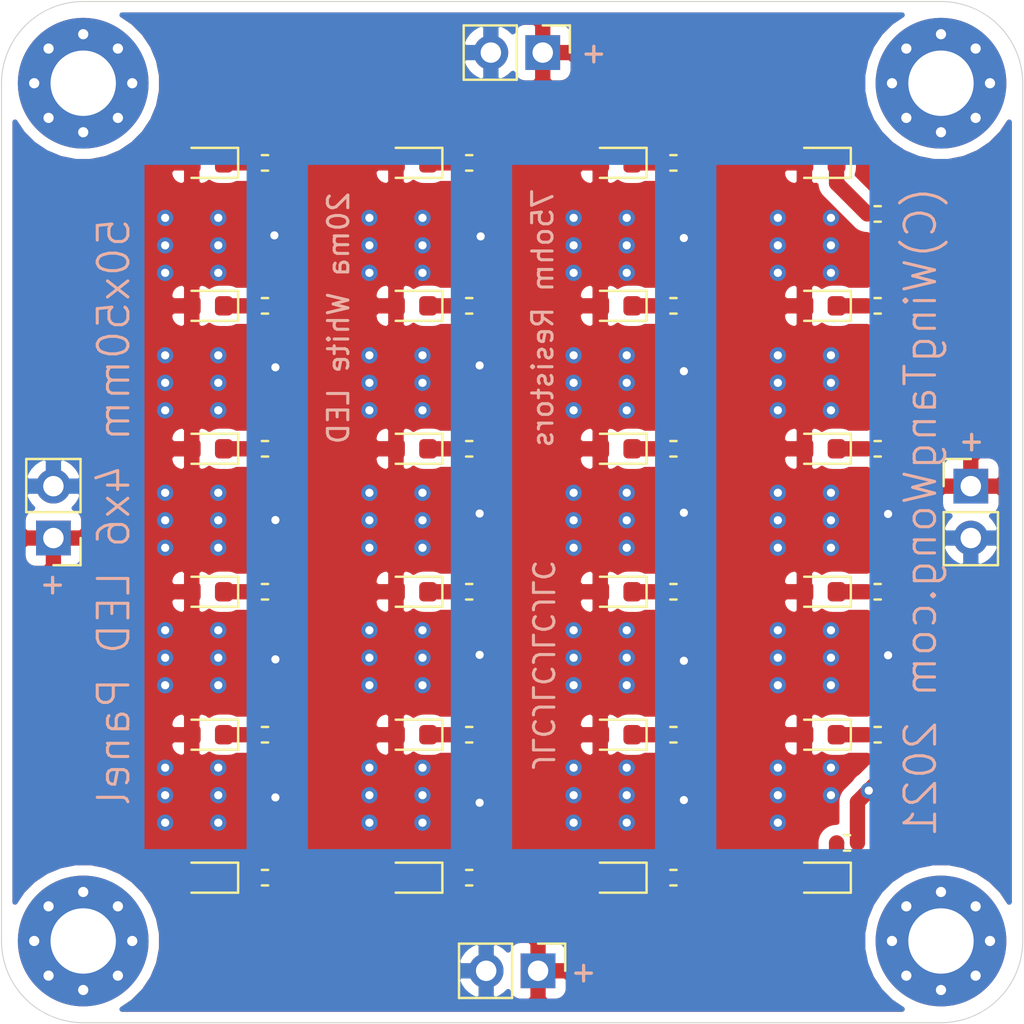
<source format=kicad_pcb>
(kicad_pcb (version 20171130) (host pcbnew "(5.1.9-0-10_14)")
  (layers (0 F.Cu signal) (31 B.Cu signal) (34 B.Paste user) (35 F.Paste user) (36 B.SilkS user) (37 F.SilkS user) (38 B.Mask user) (39 F.Mask user) (44 Edge.Cuts user))
  (net 0 "")
  (net 1 "Net-(H1-Pad1)")
  (net 2 "Net-(H2-Pad1)")
  (net 3 "Net-(H3-Pad1)")
  (net 4 "Net-(H4-Pad1)")
  (net 5 GND)
  (net 6 "Net-(D1-Pad1)")
  (net 7 VCC)
  (net 8 "Net-(D2-Pad1)")
  (net 9 "Net-(D3-Pad1)")
  (net 10 "Net-(D4-Pad1)")
  (net 11 "Net-(D5-Pad1)")
  (net 12 "Net-(D6-Pad1)")
  (net 13 "Net-(D7-Pad1)")
  (net 14 "Net-(D8-Pad1)")
  (net 15 "Net-(D9-Pad1)")
  (net 16 "Net-(D10-Pad1)")
  (net 17 "Net-(D11-Pad1)")
  (net 18 "Net-(D12-Pad1)")
  (net 19 "Net-(D13-Pad1)")
  (net 20 "Net-(D14-Pad1)")
  (net 21 "Net-(D15-Pad1)")
  (net 22 "Net-(D16-Pad1)")
  (net 23 "Net-(D17-Pad1)")
  (net 24 "Net-(D18-Pad1)")
  (net 25 "Net-(D19-Pad1)")
  (net 26 "Net-(D20-Pad1)")
  (net 27 "Net-(D21-Pad1)")
  (net 28 "Net-(D22-Pad1)")
  (net 29 "Net-(D23-Pad1)")
  (net 30 "Net-(D24-Pad1)")
  (module Connector_PinHeader_2.54mm:PinHeader_1x02_P2.54mm_Vertical (layer F.Cu) (at 1.5 -22.5 270)
    (fp_text reference J4 hide)
    (fp_text value Conn_01x02 hide)
    (pad 2 thru_hole oval (at 0 2.54 270) (size 1.7 1.7) (drill 1) (layers *.Cu *.Mask) (net 5 GND))
    (pad 1 thru_hole rect (at 0 0 270) (size 1.7 1.7) (drill 1) (layers *.Cu *.Mask) (net 7 VCC))
  )
  (module Connector_PinHeader_2.54mm:PinHeader_1x02_P2.54mm_Vertical (layer F.Cu) (at -22.46 1.27 180)
    (fp_text reference J3 hide)
    (fp_text value Conn_01x02 hide)
    (pad 2 thru_hole oval (at 0 2.54 180) (size 1.7 1.7) (drill 1) (layers *.Cu *.Mask) (net 5 GND))
    (pad 1 thru_hole rect (at 0 0 180) (size 1.7 1.7) (drill 1) (layers *.Cu *.Mask) (net 7 VCC))
  )
  (module Connector_PinHeader_2.54mm:PinHeader_1x02_P2.54mm_Vertical (layer F.Cu) (at 1.27 22.46 270)
    (fp_text reference J2 hide)
    (fp_text value Conn_01x02 hide)
    (pad 2 thru_hole oval (at 0 2.54 270) (size 1.7 1.7) (drill 1) (layers *.Cu *.Mask) (net 5 GND))
    (pad 1 thru_hole rect (at 0 0 270) (size 1.7 1.7) (drill 1) (layers *.Cu *.Mask) (net 7 VCC))
  )
  (module Connector_PinHeader_2.54mm:PinHeader_1x02_P2.54mm_Vertical (layer F.Cu) (at 22.46 -1.27)
    (fp_text reference J1 hide)
    (fp_text value Conn_01x02 hide)
    (pad 2 thru_hole oval (at 0 2.54) (size 1.7 1.7) (drill 1) (layers *.Cu *.Mask) (net 5 GND))
    (pad 1 thru_hole rect (at 0 0) (size 1.7 1.7) (drill 1) (layers *.Cu *.Mask) (net 7 VCC))
  )
  (module Resistor_SMD:R_0402_1005Metric (layer F.Cu) (at 16.4 16.2)
    (fp_text reference R24 hide)
    (fp_text value 75Ohms-±1%-1_16W-0402 hide)
    (pad 2 smd roundrect (at 0.51 0) (size 0.54 0.64) (layers F.Cu F.Paste F.Mask) (net 5 GND))
    (pad 1 smd roundrect (at -0.51 0) (size 0.54 0.64) (layers F.Cu F.Paste F.Mask) (net 30 "Net-(D24-Pad1)"))
  )
  (module Resistor_SMD:R_0402_1005Metric (layer F.Cu) (at 7.9 17.9)
    (fp_text reference R23 hide)
    (fp_text value 75Ohms-±1%-1_16W-0402 hide)
    (pad 2 smd roundrect (at 0.51 0) (size 0.54 0.64) (layers F.Cu F.Paste F.Mask) (net 5 GND))
    (pad 1 smd roundrect (at -0.51 0) (size 0.54 0.64) (layers F.Cu F.Paste F.Mask) (net 29 "Net-(D23-Pad1)"))
  )
  (module Resistor_SMD:R_0402_1005Metric (layer F.Cu) (at -2.1 17.9)
    (fp_text reference R22 hide)
    (fp_text value 75Ohms-±1%-1_16W-0402 hide)
    (pad 2 smd roundrect (at 0.51 0) (size 0.54 0.64) (layers F.Cu F.Paste F.Mask) (net 5 GND))
    (pad 1 smd roundrect (at -0.51 0) (size 0.54 0.64) (layers F.Cu F.Paste F.Mask) (net 28 "Net-(D22-Pad1)"))
  )
  (module Resistor_SMD:R_0402_1005Metric (layer F.Cu) (at -12.1 17.9)
    (fp_text reference R21 hide)
    (fp_text value 75Ohms-±1%-1_16W-0402 hide)
    (pad 2 smd roundrect (at 0.51 0) (size 0.54 0.64) (layers F.Cu F.Paste F.Mask) (net 5 GND))
    (pad 1 smd roundrect (at -0.51 0) (size 0.54 0.64) (layers F.Cu F.Paste F.Mask) (net 27 "Net-(D21-Pad1)"))
  )
  (module Resistor_SMD:R_0402_1005Metric (layer F.Cu) (at 17.9 10.9)
    (fp_text reference R20 hide)
    (fp_text value 75Ohms-±1%-1_16W-0402 hide)
    (pad 2 smd roundrect (at 0.51 0) (size 0.54 0.64) (layers F.Cu F.Paste F.Mask) (net 5 GND))
    (pad 1 smd roundrect (at -0.51 0) (size 0.54 0.64) (layers F.Cu F.Paste F.Mask) (net 26 "Net-(D20-Pad1)"))
  )
  (module Resistor_SMD:R_0402_1005Metric (layer F.Cu) (at 7.9 10.9)
    (fp_text reference R19 hide)
    (fp_text value 75Ohms-±1%-1_16W-0402 hide)
    (pad 2 smd roundrect (at 0.51 0) (size 0.54 0.64) (layers F.Cu F.Paste F.Mask) (net 5 GND))
    (pad 1 smd roundrect (at -0.51 0) (size 0.54 0.64) (layers F.Cu F.Paste F.Mask) (net 25 "Net-(D19-Pad1)"))
  )
  (module Resistor_SMD:R_0402_1005Metric (layer F.Cu) (at -2.1 10.9)
    (fp_text reference R18 hide)
    (fp_text value 75Ohms-±1%-1_16W-0402 hide)
    (pad 2 smd roundrect (at 0.51 0) (size 0.54 0.64) (layers F.Cu F.Paste F.Mask) (net 5 GND))
    (pad 1 smd roundrect (at -0.51 0) (size 0.54 0.64) (layers F.Cu F.Paste F.Mask) (net 24 "Net-(D18-Pad1)"))
  )
  (module Resistor_SMD:R_0402_1005Metric (layer F.Cu) (at -12.1 10.9)
    (fp_text reference R17 hide)
    (fp_text value 75Ohms-±1%-1_16W-0402 hide)
    (pad 2 smd roundrect (at 0.51 0) (size 0.54 0.64) (layers F.Cu F.Paste F.Mask) (net 5 GND))
    (pad 1 smd roundrect (at -0.51 0) (size 0.54 0.64) (layers F.Cu F.Paste F.Mask) (net 23 "Net-(D17-Pad1)"))
  )
  (module Resistor_SMD:R_0402_1005Metric (layer F.Cu) (at 17.9 3.9)
    (fp_text reference R16 hide)
    (fp_text value 75Ohms-±1%-1_16W-0402 hide)
    (pad 2 smd roundrect (at 0.51 0) (size 0.54 0.64) (layers F.Cu F.Paste F.Mask) (net 5 GND))
    (pad 1 smd roundrect (at -0.51 0) (size 0.54 0.64) (layers F.Cu F.Paste F.Mask) (net 22 "Net-(D16-Pad1)"))
  )
  (module Resistor_SMD:R_0402_1005Metric (layer F.Cu) (at 7.9 3.9)
    (fp_text reference R15 hide)
    (fp_text value 75Ohms-±1%-1_16W-0402 hide)
    (pad 2 smd roundrect (at 0.51 0) (size 0.54 0.64) (layers F.Cu F.Paste F.Mask) (net 5 GND))
    (pad 1 smd roundrect (at -0.51 0) (size 0.54 0.64) (layers F.Cu F.Paste F.Mask) (net 21 "Net-(D15-Pad1)"))
  )
  (module Resistor_SMD:R_0402_1005Metric (layer F.Cu) (at -2.1 3.9)
    (fp_text reference R14 hide)
    (fp_text value 75Ohms-±1%-1_16W-0402 hide)
    (pad 2 smd roundrect (at 0.51 0) (size 0.54 0.64) (layers F.Cu F.Paste F.Mask) (net 5 GND))
    (pad 1 smd roundrect (at -0.51 0) (size 0.54 0.64) (layers F.Cu F.Paste F.Mask) (net 20 "Net-(D14-Pad1)"))
  )
  (module Resistor_SMD:R_0402_1005Metric (layer F.Cu) (at -12.1 3.9)
    (fp_text reference R13 hide)
    (fp_text value 75Ohms-±1%-1_16W-0402 hide)
    (pad 2 smd roundrect (at 0.51 0) (size 0.54 0.64) (layers F.Cu F.Paste F.Mask) (net 5 GND))
    (pad 1 smd roundrect (at -0.51 0) (size 0.54 0.64) (layers F.Cu F.Paste F.Mask) (net 19 "Net-(D13-Pad1)"))
  )
  (module Resistor_SMD:R_0402_1005Metric (layer F.Cu) (at 17.9 -3.1)
    (fp_text reference R12 hide)
    (fp_text value 75Ohms-±1%-1_16W-0402 hide)
    (pad 2 smd roundrect (at 0.51 0) (size 0.54 0.64) (layers F.Cu F.Paste F.Mask) (net 5 GND))
    (pad 1 smd roundrect (at -0.51 0) (size 0.54 0.64) (layers F.Cu F.Paste F.Mask) (net 18 "Net-(D12-Pad1)"))
  )
  (module Resistor_SMD:R_0402_1005Metric (layer F.Cu) (at 7.9 -3.1)
    (fp_text reference R11 hide)
    (fp_text value 75Ohms-±1%-1_16W-0402 hide)
    (pad 2 smd roundrect (at 0.51 0) (size 0.54 0.64) (layers F.Cu F.Paste F.Mask) (net 5 GND))
    (pad 1 smd roundrect (at -0.51 0) (size 0.54 0.64) (layers F.Cu F.Paste F.Mask) (net 17 "Net-(D11-Pad1)"))
  )
  (module Resistor_SMD:R_0402_1005Metric (layer F.Cu) (at -2.1 -3.1)
    (fp_text reference R10 hide)
    (fp_text value 75Ohms-±1%-1_16W-0402 hide)
    (pad 2 smd roundrect (at 0.51 0) (size 0.54 0.64) (layers F.Cu F.Paste F.Mask) (net 5 GND))
    (pad 1 smd roundrect (at -0.51 0) (size 0.54 0.64) (layers F.Cu F.Paste F.Mask) (net 16 "Net-(D10-Pad1)"))
  )
  (module Resistor_SMD:R_0402_1005Metric (layer F.Cu) (at -12.1 -3.1)
    (fp_text reference R9 hide)
    (fp_text value 75Ohms-±1%-1_16W-0402 hide)
    (pad 2 smd roundrect (at 0.51 0) (size 0.54 0.64) (layers F.Cu F.Paste F.Mask) (net 5 GND))
    (pad 1 smd roundrect (at -0.51 0) (size 0.54 0.64) (layers F.Cu F.Paste F.Mask) (net 15 "Net-(D9-Pad1)"))
  )
  (module Resistor_SMD:R_0402_1005Metric (layer F.Cu) (at 17.9 -10.1)
    (fp_text reference R8 hide)
    (fp_text value 75Ohms-±1%-1_16W-0402 hide)
    (pad 2 smd roundrect (at 0.51 0) (size 0.54 0.64) (layers F.Cu F.Paste F.Mask) (net 5 GND))
    (pad 1 smd roundrect (at -0.51 0) (size 0.54 0.64) (layers F.Cu F.Paste F.Mask) (net 14 "Net-(D8-Pad1)"))
  )
  (module Resistor_SMD:R_0402_1005Metric (layer F.Cu) (at 7.9 -10.1)
    (fp_text reference R7 hide)
    (fp_text value 75Ohms-±1%-1_16W-0402 hide)
    (pad 2 smd roundrect (at 0.51 0) (size 0.54 0.64) (layers F.Cu F.Paste F.Mask) (net 5 GND))
    (pad 1 smd roundrect (at -0.51 0) (size 0.54 0.64) (layers F.Cu F.Paste F.Mask) (net 13 "Net-(D7-Pad1)"))
  )
  (module Resistor_SMD:R_0402_1005Metric (layer F.Cu) (at -2.1 -10.1)
    (fp_text reference R6 hide)
    (fp_text value 75Ohms-±1%-1_16W-0402 hide)
    (pad 2 smd roundrect (at 0.51 0) (size 0.54 0.64) (layers F.Cu F.Paste F.Mask) (net 5 GND))
    (pad 1 smd roundrect (at -0.51 0) (size 0.54 0.64) (layers F.Cu F.Paste F.Mask) (net 12 "Net-(D6-Pad1)"))
  )
  (module Resistor_SMD:R_0402_1005Metric (layer F.Cu) (at -12.1 -10.1)
    (fp_text reference R5 hide)
    (fp_text value 75Ohms-±1%-1_16W-0402 hide)
    (pad 2 smd roundrect (at 0.51 0) (size 0.54 0.64) (layers F.Cu F.Paste F.Mask) (net 5 GND))
    (pad 1 smd roundrect (at -0.51 0) (size 0.54 0.64) (layers F.Cu F.Paste F.Mask) (net 11 "Net-(D5-Pad1)"))
  )
  (module Resistor_SMD:R_0402_1005Metric (layer F.Cu) (at 17.9 -14.6)
    (fp_text reference R4 hide)
    (fp_text value 75Ohms-±1%-1_16W-0402 hide)
    (pad 2 smd roundrect (at 0.51 0) (size 0.54 0.64) (layers F.Cu F.Paste F.Mask) (net 5 GND))
    (pad 1 smd roundrect (at -0.51 0) (size 0.54 0.64) (layers F.Cu F.Paste F.Mask) (net 10 "Net-(D4-Pad1)"))
  )
  (module Resistor_SMD:R_0402_1005Metric (layer F.Cu) (at 7.9 -17.1)
    (fp_text reference R3 hide)
    (fp_text value 75Ohms-±1%-1_16W-0402 hide)
    (pad 2 smd roundrect (at 0.51 0) (size 0.54 0.64) (layers F.Cu F.Paste F.Mask) (net 5 GND))
    (pad 1 smd roundrect (at -0.51 0) (size 0.54 0.64) (layers F.Cu F.Paste F.Mask) (net 9 "Net-(D3-Pad1)"))
  )
  (module Resistor_SMD:R_0402_1005Metric (layer F.Cu) (at -2.1 -17.1)
    (fp_text reference R2 hide)
    (fp_text value 75Ohms-±1%-1_16W-0402 hide)
    (pad 2 smd roundrect (at 0.51 0) (size 0.54 0.64) (layers F.Cu F.Paste F.Mask) (net 5 GND))
    (pad 1 smd roundrect (at -0.51 0) (size 0.54 0.64) (layers F.Cu F.Paste F.Mask) (net 8 "Net-(D2-Pad1)"))
  )
  (module Diode_SMD:D_0603_1608Metric (layer F.Cu) (at 15.1 17.9 180)
    (fp_text reference D24 hide)
    (fp_text value WHITE_LED hide)
    (pad 2 smd roundrect (at 0.7875 0 180) (size 0.875 0.95) (layers F.Cu F.Paste F.Mask) (net 7 VCC))
    (pad 1 smd roundrect (at -0.7875 0 180) (size 0.875 0.95) (layers F.Cu F.Paste F.Mask) (net 30 "Net-(D24-Pad1)"))
  )
  (module Diode_SMD:D_0603_1608Metric (layer F.Cu) (at 5.1 17.9 180)
    (fp_text reference D23 hide)
    (fp_text value WHITE_LED hide)
    (pad 2 smd roundrect (at 0.7875 0 180) (size 0.875 0.95) (layers F.Cu F.Paste F.Mask) (net 7 VCC))
    (pad 1 smd roundrect (at -0.7875 0 180) (size 0.875 0.95) (layers F.Cu F.Paste F.Mask) (net 29 "Net-(D23-Pad1)"))
  )
  (module Diode_SMD:D_0603_1608Metric (layer F.Cu) (at -4.9 17.9 180)
    (fp_text reference D22 hide)
    (fp_text value WHITE_LED hide)
    (pad 2 smd roundrect (at 0.7875 0 180) (size 0.875 0.95) (layers F.Cu F.Paste F.Mask) (net 7 VCC))
    (pad 1 smd roundrect (at -0.7875 0 180) (size 0.875 0.95) (layers F.Cu F.Paste F.Mask) (net 28 "Net-(D22-Pad1)"))
  )
  (module Diode_SMD:D_0603_1608Metric (layer F.Cu) (at -14.9 17.9 180)
    (fp_text reference D21 hide)
    (fp_text value WHITE_LED hide)
    (pad 2 smd roundrect (at 0.7875 0 180) (size 0.875 0.95) (layers F.Cu F.Paste F.Mask) (net 7 VCC))
    (pad 1 smd roundrect (at -0.7875 0 180) (size 0.875 0.95) (layers F.Cu F.Paste F.Mask) (net 27 "Net-(D21-Pad1)"))
  )
  (module Diode_SMD:D_0603_1608Metric (layer F.Cu) (at 15.1 10.9 180)
    (fp_text reference D20 hide)
    (fp_text value WHITE_LED hide)
    (pad 2 smd roundrect (at 0.7875 0 180) (size 0.875 0.95) (layers F.Cu F.Paste F.Mask) (net 7 VCC))
    (pad 1 smd roundrect (at -0.7875 0 180) (size 0.875 0.95) (layers F.Cu F.Paste F.Mask) (net 26 "Net-(D20-Pad1)"))
  )
  (module Diode_SMD:D_0603_1608Metric (layer F.Cu) (at 5.1 10.9 180)
    (fp_text reference D19 hide)
    (fp_text value WHITE_LED hide)
    (pad 2 smd roundrect (at 0.7875 0 180) (size 0.875 0.95) (layers F.Cu F.Paste F.Mask) (net 7 VCC))
    (pad 1 smd roundrect (at -0.7875 0 180) (size 0.875 0.95) (layers F.Cu F.Paste F.Mask) (net 25 "Net-(D19-Pad1)"))
  )
  (module Diode_SMD:D_0603_1608Metric (layer F.Cu) (at -4.9 10.9 180)
    (fp_text reference D18 hide)
    (fp_text value WHITE_LED hide)
    (pad 2 smd roundrect (at 0.7875 0 180) (size 0.875 0.95) (layers F.Cu F.Paste F.Mask) (net 7 VCC))
    (pad 1 smd roundrect (at -0.7875 0 180) (size 0.875 0.95) (layers F.Cu F.Paste F.Mask) (net 24 "Net-(D18-Pad1)"))
  )
  (module Diode_SMD:D_0603_1608Metric (layer F.Cu) (at -14.9 10.9 180)
    (fp_text reference D17 hide)
    (fp_text value WHITE_LED hide)
    (pad 2 smd roundrect (at 0.7875 0 180) (size 0.875 0.95) (layers F.Cu F.Paste F.Mask) (net 7 VCC))
    (pad 1 smd roundrect (at -0.7875 0 180) (size 0.875 0.95) (layers F.Cu F.Paste F.Mask) (net 23 "Net-(D17-Pad1)"))
  )
  (module Diode_SMD:D_0603_1608Metric (layer F.Cu) (at 15.1 3.9 180)
    (fp_text reference D16 hide)
    (fp_text value WHITE_LED hide)
    (pad 2 smd roundrect (at 0.7875 0 180) (size 0.875 0.95) (layers F.Cu F.Paste F.Mask) (net 7 VCC))
    (pad 1 smd roundrect (at -0.7875 0 180) (size 0.875 0.95) (layers F.Cu F.Paste F.Mask) (net 22 "Net-(D16-Pad1)"))
  )
  (module Diode_SMD:D_0603_1608Metric (layer F.Cu) (at 5.1 3.9 180)
    (fp_text reference D15 hide)
    (fp_text value WHITE_LED hide)
    (pad 2 smd roundrect (at 0.7875 0 180) (size 0.875 0.95) (layers F.Cu F.Paste F.Mask) (net 7 VCC))
    (pad 1 smd roundrect (at -0.7875 0 180) (size 0.875 0.95) (layers F.Cu F.Paste F.Mask) (net 21 "Net-(D15-Pad1)"))
  )
  (module Diode_SMD:D_0603_1608Metric (layer F.Cu) (at -4.9 3.9 180)
    (fp_text reference D14 hide)
    (fp_text value WHITE_LED hide)
    (pad 2 smd roundrect (at 0.7875 0 180) (size 0.875 0.95) (layers F.Cu F.Paste F.Mask) (net 7 VCC))
    (pad 1 smd roundrect (at -0.7875 0 180) (size 0.875 0.95) (layers F.Cu F.Paste F.Mask) (net 20 "Net-(D14-Pad1)"))
  )
  (module Diode_SMD:D_0603_1608Metric (layer F.Cu) (at -14.9 3.9 180)
    (fp_text reference D13 hide)
    (fp_text value WHITE_LED hide)
    (pad 2 smd roundrect (at 0.7875 0 180) (size 0.875 0.95) (layers F.Cu F.Paste F.Mask) (net 7 VCC))
    (pad 1 smd roundrect (at -0.7875 0 180) (size 0.875 0.95) (layers F.Cu F.Paste F.Mask) (net 19 "Net-(D13-Pad1)"))
  )
  (module Diode_SMD:D_0603_1608Metric (layer F.Cu) (at 15.1 -3.1 180)
    (fp_text reference D12 hide)
    (fp_text value WHITE_LED hide)
    (pad 2 smd roundrect (at 0.7875 0 180) (size 0.875 0.95) (layers F.Cu F.Paste F.Mask) (net 7 VCC))
    (pad 1 smd roundrect (at -0.7875 0 180) (size 0.875 0.95) (layers F.Cu F.Paste F.Mask) (net 18 "Net-(D12-Pad1)"))
  )
  (module Diode_SMD:D_0603_1608Metric (layer F.Cu) (at 5.1 -3.1 180)
    (fp_text reference D11 hide)
    (fp_text value WHITE_LED hide)
    (pad 2 smd roundrect (at 0.7875 0 180) (size 0.875 0.95) (layers F.Cu F.Paste F.Mask) (net 7 VCC))
    (pad 1 smd roundrect (at -0.7875 0 180) (size 0.875 0.95) (layers F.Cu F.Paste F.Mask) (net 17 "Net-(D11-Pad1)"))
  )
  (module Diode_SMD:D_0603_1608Metric (layer F.Cu) (at -4.9 -3.1 180)
    (fp_text reference D10 hide)
    (fp_text value WHITE_LED hide)
    (pad 2 smd roundrect (at 0.7875 0 180) (size 0.875 0.95) (layers F.Cu F.Paste F.Mask) (net 7 VCC))
    (pad 1 smd roundrect (at -0.7875 0 180) (size 0.875 0.95) (layers F.Cu F.Paste F.Mask) (net 16 "Net-(D10-Pad1)"))
  )
  (module Diode_SMD:D_0603_1608Metric (layer F.Cu) (at -14.9 -3.1 180)
    (fp_text reference D9 hide)
    (fp_text value WHITE_LED hide)
    (pad 2 smd roundrect (at 0.7875 0 180) (size 0.875 0.95) (layers F.Cu F.Paste F.Mask) (net 7 VCC))
    (pad 1 smd roundrect (at -0.7875 0 180) (size 0.875 0.95) (layers F.Cu F.Paste F.Mask) (net 15 "Net-(D9-Pad1)"))
  )
  (module Diode_SMD:D_0603_1608Metric (layer F.Cu) (at 15.1 -10.1 180)
    (fp_text reference D8 hide)
    (fp_text value WHITE_LED hide)
    (pad 2 smd roundrect (at 0.7875 0 180) (size 0.875 0.95) (layers F.Cu F.Paste F.Mask) (net 7 VCC))
    (pad 1 smd roundrect (at -0.7875 0 180) (size 0.875 0.95) (layers F.Cu F.Paste F.Mask) (net 14 "Net-(D8-Pad1)"))
  )
  (module Diode_SMD:D_0603_1608Metric (layer F.Cu) (at 5.1 -10.1 180)
    (fp_text reference D7 hide)
    (fp_text value WHITE_LED hide)
    (pad 2 smd roundrect (at 0.7875 0 180) (size 0.875 0.95) (layers F.Cu F.Paste F.Mask) (net 7 VCC))
    (pad 1 smd roundrect (at -0.7875 0 180) (size 0.875 0.95) (layers F.Cu F.Paste F.Mask) (net 13 "Net-(D7-Pad1)"))
  )
  (module Diode_SMD:D_0603_1608Metric (layer F.Cu) (at -4.9 -10.1 180)
    (fp_text reference D6 hide)
    (fp_text value WHITE_LED hide)
    (pad 2 smd roundrect (at 0.7875 0 180) (size 0.875 0.95) (layers F.Cu F.Paste F.Mask) (net 7 VCC))
    (pad 1 smd roundrect (at -0.7875 0 180) (size 0.875 0.95) (layers F.Cu F.Paste F.Mask) (net 12 "Net-(D6-Pad1)"))
  )
  (module Diode_SMD:D_0603_1608Metric (layer F.Cu) (at -14.9 -10.1 180)
    (fp_text reference D5 hide)
    (fp_text value WHITE_LED hide)
    (pad 2 smd roundrect (at 0.7875 0 180) (size 0.875 0.95) (layers F.Cu F.Paste F.Mask) (net 7 VCC))
    (pad 1 smd roundrect (at -0.7875 0 180) (size 0.875 0.95) (layers F.Cu F.Paste F.Mask) (net 11 "Net-(D5-Pad1)"))
  )
  (module Diode_SMD:D_0603_1608Metric (layer F.Cu) (at 15.1 -17.1 180)
    (fp_text reference D4 hide)
    (fp_text value WHITE_LED hide)
    (pad 2 smd roundrect (at 0.7875 0 180) (size 0.875 0.95) (layers F.Cu F.Paste F.Mask) (net 7 VCC))
    (pad 1 smd roundrect (at -0.7875 0 180) (size 0.875 0.95) (layers F.Cu F.Paste F.Mask) (net 10 "Net-(D4-Pad1)"))
  )
  (module Diode_SMD:D_0603_1608Metric (layer F.Cu) (at 5.1 -17.1 180)
    (fp_text reference D3 hide)
    (fp_text value WHITE_LED hide)
    (pad 2 smd roundrect (at 0.7875 0 180) (size 0.875 0.95) (layers F.Cu F.Paste F.Mask) (net 7 VCC))
    (pad 1 smd roundrect (at -0.7875 0 180) (size 0.875 0.95) (layers F.Cu F.Paste F.Mask) (net 9 "Net-(D3-Pad1)"))
  )
  (module Diode_SMD:D_0603_1608Metric (layer F.Cu) (at -4.9 -17.1 180)
    (fp_text reference D2 hide)
    (fp_text value WHITE_LED hide)
    (pad 2 smd roundrect (at 0.7875 0 180) (size 0.875 0.95) (layers F.Cu F.Paste F.Mask) (net 7 VCC))
    (pad 1 smd roundrect (at -0.7875 0 180) (size 0.875 0.95) (layers F.Cu F.Paste F.Mask) (net 8 "Net-(D2-Pad1)"))
  )
  (module Resistor_SMD:R_0402_1005Metric (layer F.Cu) (at -12.1 -17.1)
    (fp_text reference R1 hide)
    (fp_text value 75Ohms-±1%-1_16W-0402 hide)
    (pad 2 smd roundrect (at 0.51 0) (size 0.54 0.64) (layers F.Cu F.Paste F.Mask) (net 5 GND))
    (pad 1 smd roundrect (at -0.51 0) (size 0.54 0.64) (layers F.Cu F.Paste F.Mask) (net 6 "Net-(D1-Pad1)"))
  )
  (module Diode_SMD:D_0603_1608Metric (layer F.Cu) (at -14.9 -17.1 180)
    (fp_text reference D1 hide)
    (fp_text value WHITE_LED hide)
    (pad 2 smd roundrect (at 0.7875 0 180) (size 0.875 0.95) (layers F.Cu F.Paste F.Mask) (net 7 VCC))
    (pad 1 smd roundrect (at -0.7875 0 180) (size 0.875 0.95) (layers F.Cu F.Paste F.Mask) (net 6 "Net-(D1-Pad1)"))
  )
  (module MountingHole:MountingHole_3.2mm_M3_Pad_Via (layer F.Cu) (at 21 -21)
    (fp_text reference H4 hide)
    (fp_text value MountingHole_Pad hide)
    (pad 1 thru_hole circle (at 1.697056 -1.697056) (size 0.8 0.8) (drill 0.5) (layers *.Cu *.Mask) (net 4 "Net-(H4-Pad1)"))
    (pad 1 thru_hole circle (at 0 -2.4) (size 0.8 0.8) (drill 0.5) (layers *.Cu *.Mask) (net 4 "Net-(H4-Pad1)"))
    (pad 1 thru_hole circle (at -1.697056 -1.697056) (size 0.8 0.8) (drill 0.5) (layers *.Cu *.Mask) (net 4 "Net-(H4-Pad1)"))
    (pad 1 thru_hole circle (at -2.4 0) (size 0.8 0.8) (drill 0.5) (layers *.Cu *.Mask) (net 4 "Net-(H4-Pad1)"))
    (pad 1 thru_hole circle (at -1.697056 1.697056) (size 0.8 0.8) (drill 0.5) (layers *.Cu *.Mask) (net 4 "Net-(H4-Pad1)"))
    (pad 1 thru_hole circle (at 0 2.4) (size 0.8 0.8) (drill 0.5) (layers *.Cu *.Mask) (net 4 "Net-(H4-Pad1)"))
    (pad 1 thru_hole circle (at 1.697056 1.697056) (size 0.8 0.8) (drill 0.5) (layers *.Cu *.Mask) (net 4 "Net-(H4-Pad1)"))
    (pad 1 thru_hole circle (at 2.4 0) (size 0.8 0.8) (drill 0.5) (layers *.Cu *.Mask) (net 4 "Net-(H4-Pad1)"))
    (pad 1 thru_hole circle (at 0 0) (size 6.4 6.4) (drill 3.2) (layers *.Cu *.Mask) (net 4 "Net-(H4-Pad1)"))
  )
  (module MountingHole:MountingHole_3.2mm_M3_Pad_Via (layer F.Cu) (at -21 21)
    (fp_text reference H3 hide)
    (fp_text value MountingHole_Pad hide)
    (pad 1 thru_hole circle (at 1.697056 -1.697056) (size 0.8 0.8) (drill 0.5) (layers *.Cu *.Mask) (net 3 "Net-(H3-Pad1)"))
    (pad 1 thru_hole circle (at 0 -2.4) (size 0.8 0.8) (drill 0.5) (layers *.Cu *.Mask) (net 3 "Net-(H3-Pad1)"))
    (pad 1 thru_hole circle (at -1.697056 -1.697056) (size 0.8 0.8) (drill 0.5) (layers *.Cu *.Mask) (net 3 "Net-(H3-Pad1)"))
    (pad 1 thru_hole circle (at -2.4 0) (size 0.8 0.8) (drill 0.5) (layers *.Cu *.Mask) (net 3 "Net-(H3-Pad1)"))
    (pad 1 thru_hole circle (at -1.697056 1.697056) (size 0.8 0.8) (drill 0.5) (layers *.Cu *.Mask) (net 3 "Net-(H3-Pad1)"))
    (pad 1 thru_hole circle (at 0 2.4) (size 0.8 0.8) (drill 0.5) (layers *.Cu *.Mask) (net 3 "Net-(H3-Pad1)"))
    (pad 1 thru_hole circle (at 1.697056 1.697056) (size 0.8 0.8) (drill 0.5) (layers *.Cu *.Mask) (net 3 "Net-(H3-Pad1)"))
    (pad 1 thru_hole circle (at 2.4 0) (size 0.8 0.8) (drill 0.5) (layers *.Cu *.Mask) (net 3 "Net-(H3-Pad1)"))
    (pad 1 thru_hole circle (at 0 0) (size 6.4 6.4) (drill 3.2) (layers *.Cu *.Mask) (net 3 "Net-(H3-Pad1)"))
  )
  (module MountingHole:MountingHole_3.2mm_M3_Pad_Via (layer F.Cu) (at 21 21)
    (fp_text reference H2 hide)
    (fp_text value MountingHole_Pad hide)
    (pad 1 thru_hole circle (at 1.697056 -1.697056) (size 0.8 0.8) (drill 0.5) (layers *.Cu *.Mask) (net 2 "Net-(H2-Pad1)"))
    (pad 1 thru_hole circle (at 0 -2.4) (size 0.8 0.8) (drill 0.5) (layers *.Cu *.Mask) (net 2 "Net-(H2-Pad1)"))
    (pad 1 thru_hole circle (at -1.697056 -1.697056) (size 0.8 0.8) (drill 0.5) (layers *.Cu *.Mask) (net 2 "Net-(H2-Pad1)"))
    (pad 1 thru_hole circle (at -2.4 0) (size 0.8 0.8) (drill 0.5) (layers *.Cu *.Mask) (net 2 "Net-(H2-Pad1)"))
    (pad 1 thru_hole circle (at -1.697056 1.697056) (size 0.8 0.8) (drill 0.5) (layers *.Cu *.Mask) (net 2 "Net-(H2-Pad1)"))
    (pad 1 thru_hole circle (at 0 2.4) (size 0.8 0.8) (drill 0.5) (layers *.Cu *.Mask) (net 2 "Net-(H2-Pad1)"))
    (pad 1 thru_hole circle (at 1.697056 1.697056) (size 0.8 0.8) (drill 0.5) (layers *.Cu *.Mask) (net 2 "Net-(H2-Pad1)"))
    (pad 1 thru_hole circle (at 2.4 0) (size 0.8 0.8) (drill 0.5) (layers *.Cu *.Mask) (net 2 "Net-(H2-Pad1)"))
    (pad 1 thru_hole circle (at 0 0) (size 6.4 6.4) (drill 3.2) (layers *.Cu *.Mask) (net 2 "Net-(H2-Pad1)"))
  )
  (module MountingHole:MountingHole_3.2mm_M3_Pad_Via (layer F.Cu) (at -21 -21)
    (fp_text reference H1 hide)
    (fp_text value MountingHole_Pad hide)
    (pad 1 thru_hole circle (at 1.697056 -1.697056) (size 0.8 0.8) (drill 0.5) (layers *.Cu *.Mask) (net 1 "Net-(H1-Pad1)"))
    (pad 1 thru_hole circle (at 0 -2.4) (size 0.8 0.8) (drill 0.5) (layers *.Cu *.Mask) (net 1 "Net-(H1-Pad1)"))
    (pad 1 thru_hole circle (at -1.697056 -1.697056) (size 0.8 0.8) (drill 0.5) (layers *.Cu *.Mask) (net 1 "Net-(H1-Pad1)"))
    (pad 1 thru_hole circle (at -2.4 0) (size 0.8 0.8) (drill 0.5) (layers *.Cu *.Mask) (net 1 "Net-(H1-Pad1)"))
    (pad 1 thru_hole circle (at -1.697056 1.697056) (size 0.8 0.8) (drill 0.5) (layers *.Cu *.Mask) (net 1 "Net-(H1-Pad1)"))
    (pad 1 thru_hole circle (at 0 2.4) (size 0.8 0.8) (drill 0.5) (layers *.Cu *.Mask) (net 1 "Net-(H1-Pad1)"))
    (pad 1 thru_hole circle (at 1.697056 1.697056) (size 0.8 0.8) (drill 0.5) (layers *.Cu *.Mask) (net 1 "Net-(H1-Pad1)"))
    (pad 1 thru_hole circle (at 2.4 0) (size 0.8 0.8) (drill 0.5) (layers *.Cu *.Mask) (net 1 "Net-(H1-Pad1)"))
    (pad 1 thru_hole circle (at 0 0) (size 6.4 6.4) (drill 3.2) (layers *.Cu *.Mask) (net 1 "Net-(H1-Pad1)"))
  )
  (gr_text + (at 22.5 -3.5) (layer B.SilkS) (effects (font (size 1 1))))
  (gr_text + (at 4 -22.5) (layer B.SilkS) (effects (font (size 1 1))))
  (gr_text + (at -22.5 3.5) (layer B.SilkS) (effects (font (size 1 1))))
  (gr_text + (at 3.5 22.5) (layer B.SilkS) (effects (font (size 1 1))))
  (gr_text + (at 22.5 -3.5) (layer F.SilkS) (effects (font (size 1 1))))
  (gr_text + (at -22.5 3.5) (layer F.SilkS) (effects (font (size 1 1))))
  (gr_text + (at 4 -22.5) (layer F.SilkS) (effects (font (size 1 1))))
  (gr_text + (at 3.5 22.5) (layer F.SilkS) (effects (font (size 1 1))))
  (gr_text JLCJLCJLCJLC (at 1.5 7.5 270) (layer B.SilkS) (effects (font (size 1 1)) (justify mirror)))
  (gr_text "75ohm Resistors" (at 1.5 -9.5 90) (layer B.SilkS) (effects (font (size 1 1)) (justify mirror)))
  (gr_text "20ma White LED" (at -8.5 -9.5 90) (layer B.SilkS) (effects (font (size 1 1)) (justify mirror)))
  (gr_text "50x50mm 4x6 LED Panel" (at -19.5 0 90) (layer B.SilkS) (effects (font (size 1.5 1.5)) (justify mirror)))
  (gr_text "(C)WingTangWong.com 2021" (at 20 0 90) (layer B.SilkS) (effects (font (size 1.5 1.5)) (justify mirror)))
  (gr_arc (start -21 21) (end -25 21) (angle -90) (layer Edge.Cuts) (width 0.05))
  (gr_arc (start 21 21) (end 21 25) (angle -90) (layer Edge.Cuts) (width 0.05))
  (gr_arc (start 21 -21) (end 25 -21) (angle -90) (layer Edge.Cuts) (width 0.05))
  (gr_arc (start -21 -21) (end -21 -25) (angle -90) (layer Edge.Cuts) (width 0.05))
  (gr_line (start -25 21) (end -25 20) (layer Edge.Cuts) (width 0.05))
  (gr_line (start 21 25) (end -21 25) (layer Edge.Cuts) (width 0.05))
  (gr_line (start 25 20) (end 25 21) (layer Edge.Cuts) (width 0.05))
  (gr_line (start 25 -21) (end 25 0) (layer Edge.Cuts) (width 0.05))
  (gr_line (start -21 -25) (end 21 -25) (layer Edge.Cuts) (width 0.05))
  (gr_line (start -25 0) (end -25 -21) (layer Edge.Cuts) (width 0.05))
  (gr_line (start -25 20) (end -25 0) (layer Edge.Cuts) (width 0.05))
  (gr_line (start 25 0) (end 25 20) (layer Edge.Cuts) (width 0.05))
  (via (at 15.6125 13.861538) (size 0.8) (drill 0.4) (layers F.Cu B.Cu) (net 7))
  (via (at 15.6125 12.515384) (size 0.8) (drill 0.4) (layers F.Cu B.Cu) (net 7))
  (via (at 15.6125 8.476923) (size 0.8) (drill 0.4) (layers F.Cu B.Cu) (net 7))
  (via (at 15.6125 7.130769) (size 0.8) (drill 0.4) (layers F.Cu B.Cu) (net 7))
  (via (at 15.6125 5.784615) (size 0.8) (drill 0.4) (layers F.Cu B.Cu) (net 7))
  (via (at 15.6125 1.746153) (size 0.8) (drill 0.4) (layers F.Cu B.Cu) (net 7))
  (via (at 15.6125 0.4) (size 0.8) (drill 0.4) (layers F.Cu B.Cu) (net 7))
  (via (at 15.6125 -0.946153) (size 0.8) (drill 0.4) (layers F.Cu B.Cu) (net 7))
  (via (at 15.6125 -4.984615) (size 0.8) (drill 0.4) (layers F.Cu B.Cu) (net 7))
  (via (at 15.6125 -6.330769) (size 0.8) (drill 0.4) (layers F.Cu B.Cu) (net 7))
  (via (at 15.6125 -7.676923) (size 0.8) (drill 0.4) (layers F.Cu B.Cu) (net 7))
  (via (at 15.6125 -11.715384) (size 0.8) (drill 0.4) (layers F.Cu B.Cu) (net 7))
  (via (at 15.6125 -13.061538) (size 0.8) (drill 0.4) (layers F.Cu B.Cu) (net 7))
  (via (at 15.6125 -14.407692) (size 0.8) (drill 0.4) (layers F.Cu B.Cu) (net 7))
  (via (at 13.0125 -14.407692) (size 0.8) (drill 0.4) (layers F.Cu B.Cu) (net 7))
  (via (at 13.0125 -13.061538) (size 0.8) (drill 0.4) (layers F.Cu B.Cu) (net 7))
  (via (at 13.0125 -11.715384) (size 0.8) (drill 0.4) (layers F.Cu B.Cu) (net 7))
  (via (at 13.0125 -7.676923) (size 0.8) (drill 0.4) (layers F.Cu B.Cu) (net 7))
  (via (at 13.0125 -6.330769) (size 0.8) (drill 0.4) (layers F.Cu B.Cu) (net 7))
  (via (at 13.0125 -4.984615) (size 0.8) (drill 0.4) (layers F.Cu B.Cu) (net 7))
  (via (at 13.0125 -0.946153) (size 0.8) (drill 0.4) (layers F.Cu B.Cu) (net 7))
  (via (at 13.0125 0.4) (size 0.8) (drill 0.4) (layers F.Cu B.Cu) (net 7))
  (via (at 13.0125 1.746153) (size 0.8) (drill 0.4) (layers F.Cu B.Cu) (net 7))
  (via (at 13.0125 5.784615) (size 0.8) (drill 0.4) (layers F.Cu B.Cu) (net 7))
  (via (at 13.0125 7.130769) (size 0.8) (drill 0.4) (layers F.Cu B.Cu) (net 7))
  (via (at 13.0125 8.476923) (size 0.8) (drill 0.4) (layers F.Cu B.Cu) (net 7))
  (via (at 13.0125 12.515384) (size 0.8) (drill 0.4) (layers F.Cu B.Cu) (net 7))
  (via (at 13.0125 13.861538) (size 0.8) (drill 0.4) (layers F.Cu B.Cu) (net 7))
  (via (at 13.0125 15.207692) (size 0.8) (drill 0.4) (layers F.Cu B.Cu) (net 7))
  (via (at 5.6125 15.207692) (size 0.8) (drill 0.4) (layers F.Cu B.Cu) (net 7))
  (via (at 5.6125 13.861538) (size 0.8) (drill 0.4) (layers F.Cu B.Cu) (net 7))
  (via (at 5.6125 12.515384) (size 0.8) (drill 0.4) (layers F.Cu B.Cu) (net 7))
  (via (at 5.6125 8.476923) (size 0.8) (drill 0.4) (layers F.Cu B.Cu) (net 7))
  (via (at 5.6125 7.130769) (size 0.8) (drill 0.4) (layers F.Cu B.Cu) (net 7))
  (via (at 5.6125 5.784615) (size 0.8) (drill 0.4) (layers F.Cu B.Cu) (net 7))
  (via (at 5.6125 1.746153) (size 0.8) (drill 0.4) (layers F.Cu B.Cu) (net 7))
  (via (at 5.6125 0.4) (size 0.8) (drill 0.4) (layers F.Cu B.Cu) (net 7))
  (via (at 5.6125 -0.946153) (size 0.8) (drill 0.4) (layers F.Cu B.Cu) (net 7))
  (via (at 5.6125 -4.984615) (size 0.8) (drill 0.4) (layers F.Cu B.Cu) (net 7))
  (via (at 5.6125 -6.330769) (size 0.8) (drill 0.4) (layers F.Cu B.Cu) (net 7))
  (via (at 5.6125 -7.676923) (size 0.8) (drill 0.4) (layers F.Cu B.Cu) (net 7))
  (via (at 5.6125 -11.715384) (size 0.8) (drill 0.4) (layers F.Cu B.Cu) (net 7))
  (via (at 5.6125 -13.061538) (size 0.8) (drill 0.4) (layers F.Cu B.Cu) (net 7))
  (via (at 5.6125 -14.407692) (size 0.8) (drill 0.4) (layers F.Cu B.Cu) (net 7))
  (via (at 3.0125 -14.407692) (size 0.8) (drill 0.4) (layers F.Cu B.Cu) (net 7))
  (via (at 3.0125 -13.061538) (size 0.8) (drill 0.4) (layers F.Cu B.Cu) (net 7))
  (via (at 3.0125 -11.715384) (size 0.8) (drill 0.4) (layers F.Cu B.Cu) (net 7))
  (via (at 3.0125 -7.676923) (size 0.8) (drill 0.4) (layers F.Cu B.Cu) (net 7))
  (via (at 3.0125 -6.330769) (size 0.8) (drill 0.4) (layers F.Cu B.Cu) (net 7))
  (via (at 3.0125 -4.984615) (size 0.8) (drill 0.4) (layers F.Cu B.Cu) (net 7))
  (via (at 3.0125 -0.946153) (size 0.8) (drill 0.4) (layers F.Cu B.Cu) (net 7))
  (via (at 3.0125 0.4) (size 0.8) (drill 0.4) (layers F.Cu B.Cu) (net 7))
  (via (at 3.0125 1.746153) (size 0.8) (drill 0.4) (layers F.Cu B.Cu) (net 7))
  (via (at 3.0125 5.784615) (size 0.8) (drill 0.4) (layers F.Cu B.Cu) (net 7))
  (via (at 3.0125 7.130769) (size 0.8) (drill 0.4) (layers F.Cu B.Cu) (net 7))
  (via (at 3.0125 8.476923) (size 0.8) (drill 0.4) (layers F.Cu B.Cu) (net 7))
  (via (at 3.0125 12.515384) (size 0.8) (drill 0.4) (layers F.Cu B.Cu) (net 7))
  (via (at 3.0125 13.861538) (size 0.8) (drill 0.4) (layers F.Cu B.Cu) (net 7))
  (via (at 3.0125 15.207692) (size 0.8) (drill 0.4) (layers F.Cu B.Cu) (net 7))
  (via (at -4.3875 15.207692) (size 0.8) (drill 0.4) (layers F.Cu B.Cu) (net 7))
  (via (at -4.3875 13.861538) (size 0.8) (drill 0.4) (layers F.Cu B.Cu) (net 7))
  (via (at -4.3875 12.515384) (size 0.8) (drill 0.4) (layers F.Cu B.Cu) (net 7))
  (via (at -4.3875 8.476923) (size 0.8) (drill 0.4) (layers F.Cu B.Cu) (net 7))
  (via (at -4.3875 7.130769) (size 0.8) (drill 0.4) (layers F.Cu B.Cu) (net 7))
  (via (at -4.3875 5.784615) (size 0.8) (drill 0.4) (layers F.Cu B.Cu) (net 7))
  (via (at -4.3875 1.746153) (size 0.8) (drill 0.4) (layers F.Cu B.Cu) (net 7))
  (via (at -4.3875 0.4) (size 0.8) (drill 0.4) (layers F.Cu B.Cu) (net 7))
  (via (at -4.3875 -0.946153) (size 0.8) (drill 0.4) (layers F.Cu B.Cu) (net 7))
  (via (at -4.3875 -4.984615) (size 0.8) (drill 0.4) (layers F.Cu B.Cu) (net 7))
  (via (at -4.3875 -6.330769) (size 0.8) (drill 0.4) (layers F.Cu B.Cu) (net 7))
  (via (at -4.3875 -7.676923) (size 0.8) (drill 0.4) (layers F.Cu B.Cu) (net 7))
  (via (at -4.3875 -11.715384) (size 0.8) (drill 0.4) (layers F.Cu B.Cu) (net 7))
  (via (at -4.3875 -13.061538) (size 0.8) (drill 0.4) (layers F.Cu B.Cu) (net 7))
  (via (at -4.3875 -14.407692) (size 0.8) (drill 0.4) (layers F.Cu B.Cu) (net 7))
  (via (at -6.9875 -14.407692) (size 0.8) (drill 0.4) (layers F.Cu B.Cu) (net 7))
  (via (at -6.9875 -13.061538) (size 0.8) (drill 0.4) (layers F.Cu B.Cu) (net 7))
  (via (at -6.9875 -11.715384) (size 0.8) (drill 0.4) (layers F.Cu B.Cu) (net 7))
  (via (at -6.9875 -7.676923) (size 0.8) (drill 0.4) (layers F.Cu B.Cu) (net 7))
  (via (at -6.9875 -6.330769) (size 0.8) (drill 0.4) (layers F.Cu B.Cu) (net 7))
  (via (at -6.9875 -4.984615) (size 0.8) (drill 0.4) (layers F.Cu B.Cu) (net 7))
  (via (at -6.9875 -0.946153) (size 0.8) (drill 0.4) (layers F.Cu B.Cu) (net 7))
  (via (at -6.9875 0.4) (size 0.8) (drill 0.4) (layers F.Cu B.Cu) (net 7))
  (via (at -6.9875 1.746153) (size 0.8) (drill 0.4) (layers F.Cu B.Cu) (net 7))
  (via (at -6.9875 5.784615) (size 0.8) (drill 0.4) (layers F.Cu B.Cu) (net 7))
  (via (at -6.9875 7.130769) (size 0.8) (drill 0.4) (layers F.Cu B.Cu) (net 7))
  (via (at -6.9875 8.476923) (size 0.8) (drill 0.4) (layers F.Cu B.Cu) (net 7))
  (via (at -6.9875 12.515384) (size 0.8) (drill 0.4) (layers F.Cu B.Cu) (net 7))
  (via (at -6.9875 13.861538) (size 0.8) (drill 0.4) (layers F.Cu B.Cu) (net 7))
  (via (at -6.9875 15.207692) (size 0.8) (drill 0.4) (layers F.Cu B.Cu) (net 7))
  (via (at -14.3875 15.207692) (size 0.8) (drill 0.4) (layers F.Cu B.Cu) (net 7))
  (via (at -14.3875 13.861538) (size 0.8) (drill 0.4) (layers F.Cu B.Cu) (net 7))
  (via (at -14.3875 12.515384) (size 0.8) (drill 0.4) (layers F.Cu B.Cu) (net 7))
  (via (at -14.3875 8.476923) (size 0.8) (drill 0.4) (layers F.Cu B.Cu) (net 7))
  (via (at -14.3875 7.130769) (size 0.8) (drill 0.4) (layers F.Cu B.Cu) (net 7))
  (via (at -14.3875 5.784615) (size 0.8) (drill 0.4) (layers F.Cu B.Cu) (net 7))
  (via (at -14.3875 1.746153) (size 0.8) (drill 0.4) (layers F.Cu B.Cu) (net 7))
  (via (at -14.3875 0.4) (size 0.8) (drill 0.4) (layers F.Cu B.Cu) (net 7))
  (via (at -14.3875 -0.946153) (size 0.8) (drill 0.4) (layers F.Cu B.Cu) (net 7))
  (via (at -14.3875 -4.984615) (size 0.8) (drill 0.4) (layers F.Cu B.Cu) (net 7))
  (via (at -14.3875 -6.330769) (size 0.8) (drill 0.4) (layers F.Cu B.Cu) (net 7))
  (via (at -14.3875 -7.676923) (size 0.8) (drill 0.4) (layers F.Cu B.Cu) (net 7))
  (via (at -14.3875 -11.715384) (size 0.8) (drill 0.4) (layers F.Cu B.Cu) (net 7))
  (via (at -14.3875 -13.061538) (size 0.8) (drill 0.4) (layers F.Cu B.Cu) (net 7))
  (via (at -14.3875 -14.407692) (size 0.8) (drill 0.4) (layers F.Cu B.Cu) (net 7))
  (via (at -16.9875 -14.407692) (size 0.8) (drill 0.4) (layers F.Cu B.Cu) (net 7))
  (via (at -16.9875 -13.061538) (size 0.8) (drill 0.4) (layers F.Cu B.Cu) (net 7))
  (via (at -16.9875 -11.715384) (size 0.8) (drill 0.4) (layers F.Cu B.Cu) (net 7))
  (via (at -16.9875 -7.676923) (size 0.8) (drill 0.4) (layers F.Cu B.Cu) (net 7))
  (via (at -16.9875 -6.330769) (size 0.8) (drill 0.4) (layers F.Cu B.Cu) (net 7))
  (via (at -16.9875 -4.984615) (size 0.8) (drill 0.4) (layers F.Cu B.Cu) (net 7))
  (via (at -16.9875 -0.946153) (size 0.8) (drill 0.4) (layers F.Cu B.Cu) (net 7))
  (via (at -16.9875 0.4) (size 0.8) (drill 0.4) (layers F.Cu B.Cu) (net 7))
  (via (at -16.9875 1.746153) (size 0.8) (drill 0.4) (layers F.Cu B.Cu) (net 7))
  (via (at -16.9875 5.784615) (size 0.8) (drill 0.4) (layers F.Cu B.Cu) (net 7))
  (via (at -16.9875 7.130769) (size 0.8) (drill 0.4) (layers F.Cu B.Cu) (net 7))
  (via (at -16.9875 8.476923) (size 0.8) (drill 0.4) (layers F.Cu B.Cu) (net 7))
  (via (at -16.9875 12.515384) (size 0.8) (drill 0.4) (layers F.Cu B.Cu) (net 7))
  (via (at -16.9875 13.861538) (size 0.8) (drill 0.4) (layers F.Cu B.Cu) (net 7))
  (via (at -16.9875 15.207692) (size 0.8) (drill 0.4) (layers F.Cu B.Cu) (net 7))
  (segment (start 8.41 -17.1) (end 8.41 -13.42) (width 0.75) (layer F.Cu) (net 5))
  (segment (start 18.41 -14.6) (end 18.41 0.09) (width 0.75) (layer F.Cu) (net 5))
  (segment (start 16.91 16.2) (end 16.91 14.19) (width 0.75) (layer F.Cu) (net 5))
  (segment (start 18.41 12.69) (end 18.41 10.9) (width 0.75) (layer F.Cu) (net 5))
  (segment (start 16.91 14.19) (end 17.465 13.635) (width 0.75) (layer F.Cu) (net 5))
  (via (at -11.64 -13.55) (size 0.8) (drill 0.4) (layers F.Cu B.Cu) (net 5))
  (segment (start -11.59 -13.5) (end -11.64 -13.55) (width 0.75) (layer F.Cu) (net 5))
  (segment (start -11.59 17.9) (end -11.59 13.97) (width 0.75) (layer F.Cu) (net 5))
  (segment (start -11.59 -13.5) (end -11.59 -17.1) (width 0.75) (layer F.Cu) (net 5))
  (via (at -1.54 -13.5) (size 0.8) (drill 0.4) (layers F.Cu B.Cu) (net 5))
  (segment (start -1.59 -13.45) (end -1.54 -13.5) (width 0.75) (layer F.Cu) (net 5))
  (segment (start -1.59 -17.1) (end -1.59 -13.45) (width 0.75) (layer F.Cu) (net 5))
  (segment (start -1.59 -13.45) (end -1.59 -7.18) (width 0.75) (layer F.Cu) (net 5))
  (segment (start 8.41 -13.42) (end 8.41 -6.9) (width 0.75) (layer F.Cu) (net 5))
  (via (at 8.41 -13.42) (size 0.8) (drill 0.4) (layers F.Cu B.Cu) (net 5))
  (segment (start 8.41 -6.9) (end 8.41 0.03) (width 0.75) (layer F.Cu) (net 5))
  (via (at 8.41 -6.9) (size 0.8) (drill 0.4) (layers F.Cu B.Cu) (net 5))
  (segment (start -1.59 -7.18) (end -1.59 0.07) (width 0.75) (layer F.Cu) (net 5))
  (via (at -1.59 -7.18) (size 0.8) (drill 0.4) (layers F.Cu B.Cu) (net 5))
  (segment (start -11.59 -7.09) (end -11.59 -13.5) (width 0.75) (layer F.Cu) (net 5))
  (via (at -11.59 -7.09) (size 0.8) (drill 0.4) (layers F.Cu B.Cu) (net 5))
  (segment (start -11.59 0.39) (end -11.59 -7.09) (width 0.75) (layer F.Cu) (net 5))
  (via (at -11.59 0.39) (size 0.8) (drill 0.4) (layers F.Cu B.Cu) (net 5))
  (segment (start -11.59 7.21) (end -11.59 0.39) (width 0.75) (layer F.Cu) (net 5))
  (via (at -11.59 7.21) (size 0.8) (drill 0.4) (layers F.Cu B.Cu) (net 5))
  (segment (start -11.59 13.97) (end -11.59 7.21) (width 0.75) (layer F.Cu) (net 5))
  (via (at -11.59 13.97) (size 0.8) (drill 0.4) (layers F.Cu B.Cu) (net 5))
  (segment (start -1.59 14.23) (end -1.59 17.9) (width 0.75) (layer F.Cu) (net 5))
  (via (at -1.59 14.23) (size 0.8) (drill 0.4) (layers F.Cu B.Cu) (net 5))
  (segment (start -1.59 6.99) (end -1.59 14.23) (width 0.75) (layer F.Cu) (net 5))
  (via (at -1.59 6.99) (size 0.8) (drill 0.4) (layers F.Cu B.Cu) (net 5))
  (segment (start -1.59 0.07) (end -1.59 6.99) (width 0.75) (layer F.Cu) (net 5))
  (via (at -1.59 0.07) (size 0.8) (drill 0.4) (layers F.Cu B.Cu) (net 5))
  (segment (start 8.41 0.03) (end 8.41 7.28) (width 0.75) (layer F.Cu) (net 5))
  (via (at 8.41 0.03) (size 0.8) (drill 0.4) (layers F.Cu B.Cu) (net 5))
  (segment (start 18.41 0.09) (end 18.41 7.01) (width 0.75) (layer F.Cu) (net 5))
  (via (at 18.41 0.09) (size 0.8) (drill 0.4) (layers F.Cu B.Cu) (net 5))
  (segment (start 18.41 7.01) (end 18.41 10.9) (width 0.75) (layer F.Cu) (net 5))
  (via (at 18.41 7.01) (size 0.8) (drill 0.4) (layers F.Cu B.Cu) (net 5))
  (segment (start 8.41 7.28) (end 8.41 14.1) (width 0.75) (layer F.Cu) (net 5))
  (via (at 8.41 7.28) (size 0.8) (drill 0.4) (layers F.Cu B.Cu) (net 5))
  (segment (start 8.41 14.1) (end 8.41 17.9) (width 0.75) (layer F.Cu) (net 5))
  (via (at 8.41 14.1) (size 0.8) (drill 0.4) (layers F.Cu B.Cu) (net 5))
  (segment (start 17.465 13.635) (end 18.41 12.69) (width 0.75) (layer F.Cu) (net 5))
  (via (at 17.465 13.635) (size 0.8) (drill 0.4) (layers F.Cu B.Cu) (net 5))
  (segment (start -14.1125 -17.1) (end -12.61 -17.1) (width 0.75) (layer F.Cu) (net 6))
  (segment (start -15.6875 -17.1) (end -15.6875 17.9) (width 0.75) (layer F.Cu) (net 7))
  (segment (start -5.6875 -17.1) (end -5.6875 17.9) (width 0.75) (layer F.Cu) (net 7))
  (segment (start 4.3125 -17.1) (end 4.3125 17.9) (width 0.75) (layer F.Cu) (net 7))
  (segment (start 14.3125 -17.1) (end 14.3125 17.9) (width 0.75) (layer F.Cu) (net 7))
  (segment (start 13.9 -19.4) (end 14.3125 -18.9875) (width 0.75) (layer F.Cu) (net 7))
  (segment (start -15.6875 -18.6125) (end -14.9 -19.4) (width 0.75) (layer F.Cu) (net 7))
  (segment (start 14.3125 -18.9875) (end 14.3125 -17.1) (width 0.75) (layer F.Cu) (net 7))
  (segment (start -15.6875 -17.1) (end -15.6875 -18.6125) (width 0.75) (layer F.Cu) (net 7))
  (segment (start 4.3125 -19.3875) (end 4.3 -19.4) (width 0.75) (layer F.Cu) (net 7))
  (segment (start 4.3125 -17.1) (end 4.3125 -19.3875) (width 0.75) (layer F.Cu) (net 7))
  (segment (start 4.3 -19.4) (end 13.9 -19.4) (width 0.75) (layer F.Cu) (net 7))
  (segment (start -5.6875 -17.1) (end -5.6875 -19.3875) (width 0.75) (layer F.Cu) (net 7))
  (segment (start -5.7 -19.4) (end 4.3 -19.4) (width 0.75) (layer F.Cu) (net 7))
  (segment (start -5.6875 -19.3875) (end -5.7 -19.4) (width 0.75) (layer F.Cu) (net 7))
  (segment (start -14.9 -19.4) (end -5.7 -19.4) (width 0.75) (layer F.Cu) (net 7))
  (segment (start -4.1125 -17.1) (end -2.61 -17.1) (width 0.75) (layer F.Cu) (net 8))
  (segment (start 5.8875 -17.1) (end 7.39 -17.1) (width 0.75) (layer F.Cu) (net 9))
  (segment (start 15.8875 -16.1025) (end 17.39 -14.6) (width 0.75) (layer F.Cu) (net 10))
  (segment (start 15.8875 -17.1) (end 15.8875 -16.1025) (width 0.75) (layer F.Cu) (net 10))
  (segment (start -14.1125 -10.1) (end -12.61 -10.1) (width 0.75) (layer F.Cu) (net 11))
  (segment (start -4.1125 -10.1) (end -2.61 -10.1) (width 0.75) (layer F.Cu) (net 12))
  (segment (start 5.8875 -10.1) (end 7.39 -10.1) (width 0.75) (layer F.Cu) (net 13))
  (segment (start 15.8875 -10.1) (end 17.39 -10.1) (width 0.75) (layer F.Cu) (net 14))
  (segment (start -14.1125 -3.1) (end -12.61 -3.1) (width 0.75) (layer F.Cu) (net 15))
  (segment (start -4.1125 -3.1) (end -2.61 -3.1) (width 0.75) (layer F.Cu) (net 16))
  (segment (start 5.8875 -3.1) (end 7.39 -3.1) (width 0.75) (layer F.Cu) (net 17))
  (segment (start 15.8875 -3.1) (end 17.39 -3.1) (width 0.75) (layer F.Cu) (net 18))
  (segment (start -14.1125 3.9) (end -12.61 3.9) (width 0.75) (layer F.Cu) (net 19))
  (segment (start -4.1125 3.9) (end -2.61 3.9) (width 0.75) (layer F.Cu) (net 20))
  (segment (start 7.39 3.9) (end 5.8875 3.9) (width 0.75) (layer F.Cu) (net 21))
  (segment (start 15.8875 3.9) (end 17.39 3.9) (width 0.75) (layer F.Cu) (net 22))
  (segment (start -14.1125 10.9) (end -12.61 10.9) (width 0.75) (layer F.Cu) (net 23))
  (segment (start -4.1125 10.9) (end -2.61 10.9) (width 0.75) (layer F.Cu) (net 24))
  (segment (start 5.8875 10.9) (end 7.39 10.9) (width 0.75) (layer F.Cu) (net 25))
  (segment (start 17.39 10.9) (end 15.8875 10.9) (width 0.75) (layer F.Cu) (net 26))
  (segment (start -14.1125 17.9) (end -12.61 17.9) (width 0.75) (layer F.Cu) (net 27))
  (segment (start -4.1125 17.9) (end -2.61 17.9) (width 0.75) (layer F.Cu) (net 28))
  (segment (start 5.8875 17.9) (end 7.39 17.9) (width 0.75) (layer F.Cu) (net 29))
  (segment (start 15.8875 16.2025) (end 15.89 16.2) (width 0.75) (layer F.Cu) (net 30))
  (segment (start 15.8875 17.9) (end 15.8875 16.2025) (width 0.75) (layer F.Cu) (net 30))
  (zone (net 7) (net_name VCC) (layer F.Cu) (connect_pads (clearance 0.508)) (min_thickness 0.254) (fill yes (arc_segments 32) (thermal_gap 0.508) (thermal_bridge_width 0.75))
    (polygon (pts (xy 25 25) (xy -25 25) (xy -25 -25) (xy 25 -25)))
  )
  (zone (net 5) (net_name GND) (layer B.Cu) (connect_pads (clearance 0.508)) (min_thickness 0.254) (fill yes (arc_segments 32) (thermal_gap 0.508) (thermal_bridge_width 0.75))
    (polygon (pts (xy 25 25) (xy 17.5 25) (xy 17.5 24.5) (xy 10 24.5) (xy 10 25) (xy 7 25) (xy 7 24.5) (xy 0 24.5) (xy 0 25) (xy -3 25) (xy -3 24.5) (xy -10 24.5) (xy -10 25) (xy -13 25) (xy -13 24.5) (xy -17 24.5) (xy -17 25) (xy -25 25) (xy -25 -25) (xy 25 -25)))
    (polygon (pts (xy -18 -17) (xy -18 16.5) (xy -13 16.5) (xy -13 -17)))
    (polygon (pts (xy -10 -17) (xy -10 16.5) (xy -3 16.5) (xy -3 -17)))
    (polygon (pts (xy 0 -17) (xy 0 16.5) (xy 7 16.5) (xy 7 -17)))
    (polygon (pts (xy 10 -17) (xy 10 16.5) (xy 17.5 16.5) (xy 17.5 -17)))
  )
)
</source>
